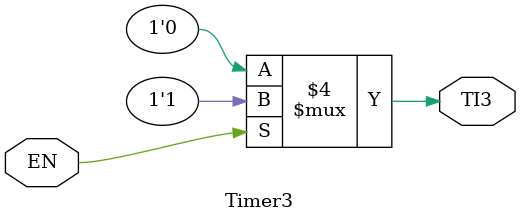
<source format=v>
module FFD(input wire clk, reset, D, output reg Q);
    always @(posedge clk or posedge reset) begin
        if(reset==1'b1)
            Q <= 1'b0; //si el reset esta en uno entonces la salida se resetea
        else
            Q <= D; //de lo contrario la salida toma el valor de la entrada
    end
endmodule

module Timer1(input wire EN, output wire TI1);
    always @ (EN)
        if (EN == 1) begin //cuando el enable esta en 1, se activa el timer1
            TI1 = 0;
            #10
            TI1 = 1; //despues de 10 unidades de tiempo termina
        end
        else
            TI1 = 0;
endmodule

module Timer2(input wire EN, output wire TI2);
    always @(EN)
        if (EN == 1) begin //cuando el Enable esta en 1, se activa el timer2
            TI2 = 0; //comienza a contar en 0
            #18
            TI2 = 1; //despues de 18 unidades de tiempo termina
        end
        else
            TI2 = 0;
endmodule

module Timer3(input wire EN, output wire TI3);
    always @ (EN)
        if (EN == 1) begin //cuando el Enable esta en 1, se activa el timer3
            TI3 = 0; //comienza a contar en 0
            #6
            TI3 = 1; //despues de seis unidades de tiempo termina
        end
        else
            TI3 = 0;
endmodule
</source>
